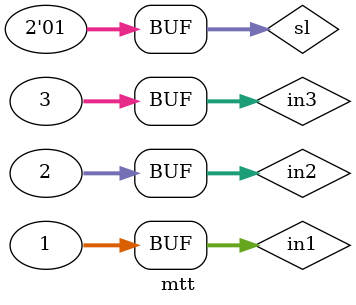
<source format=v>
`include"muxthree.v"
module mtt();
	reg[31:0] in1,in2,in3;
	reg[1:0] sl;
	wire[31:0] out;

	initial 
	begin
		$dumpfile("mt.vcd");
		$dumpvars;
		in1<=32'b01;
		in2<=32'b10;
		in3<=32'b11;
		sl<=2'b01;
	end

	muxthree mt(.in1(in1),.in2(in2),.in3(in3),.sl(sl),.out(out));
endmodule
</source>
